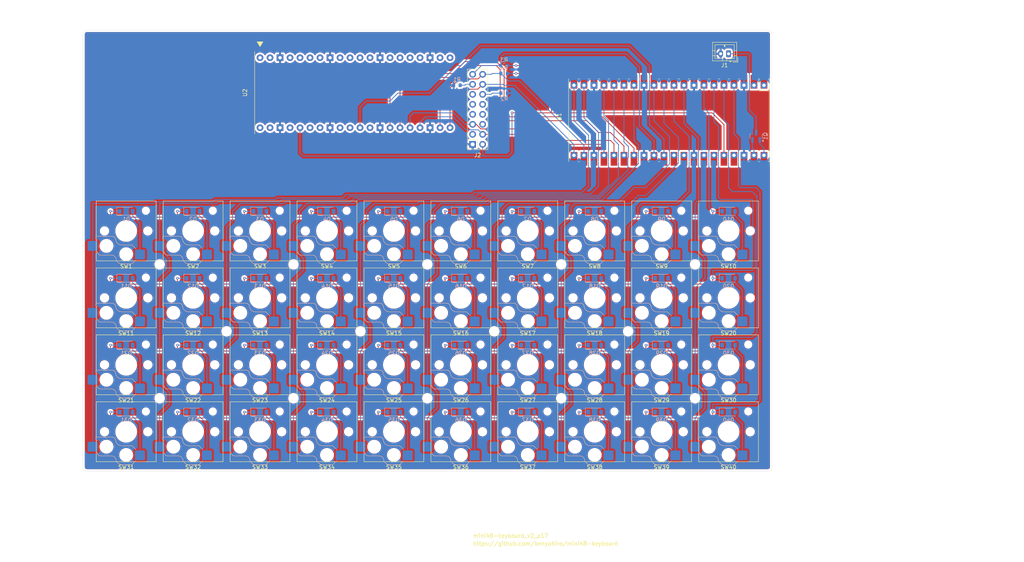
<source format=kicad_pcb>
(kicad_pcb (version 20240108) (generator "pcbnew") (generator_version "8.0")
  (layers (0 "F.Cu" signal) (31 "B.Cu" signal) (34 "B.Paste" user) (35 "F.Paste" user) (36 "B.SilkS" user "B.Silkscreen") (37 "F.SilkS" user "F.Silkscreen") (38 "B.Mask" user) (39 "F.Mask" user) (44 "Edge.Cuts" user))
  (net 0 "")
  (net 1 "Net-(D1-A)")
  (net 2 "Net-(D2-A)")
  (net 3 "Net-(D3-A)")
  (net 4 "Net-(D4-A)")
  (net 5 "Net-(D5-A)")
  (net 6 "Net-(D6-A)")
  (net 7 "Net-(D7-A)")
  (net 8 "Net-(D8-A)")
  (net 9 "Net-(D9-A)")
  (net 10 "Net-(D10-A)")
  (net 11 "Net-(D11-A)")
  (net 12 "Net-(D12-A)")
  (net 13 "Net-(D13-A)")
  (net 14 "Net-(D14-A)")
  (net 15 "Net-(D15-A)")
  (net 16 "Net-(D16-A)")
  (net 17 "Net-(D17-A)")
  (net 18 "Net-(D18-A)")
  (net 19 "Net-(D19-A)")
  (net 20 "Net-(D20-A)")
  (net 21 "Net-(D21-A)")
  (net 22 "Net-(D22-A)")
  (net 23 "Net-(D23-A)")
  (net 24 "Net-(D24-A)")
  (net 25 "Net-(D25-A)")
  (net 26 "Net-(D26-A)")
  (net 27 "Net-(D27-A)")
  (net 28 "Net-(D28-A)")
  (net 29 "Net-(D29-A)")
  (net 30 "Net-(D30-A)")
  (net 31 "Net-(D31-A)")
  (net 32 "Net-(D32-A)")
  (net 33 "Net-(D33-A)")
  (net 34 "Net-(D34-A)")
  (net 35 "Net-(D35-A)")
  (net 36 "Net-(D36-A)")
  (net 37 "Net-(D37-A)")
  (net 38 "Net-(D38-A)")
  (net 39 "Net-(D39-A)")
  (net 40 "Net-(D40-A)")
  (net 41 "GND")
  (net 42 "/RUN")
  (net 46 "/GPIO2")
  (net 47 "/GPIO3")
  (net 48 "/GPIO18")
  (net 49 "/GPIO10")
  (net 50 "/GPIO13")
  (net 51 "/GPIO11")
  (net 52 "/GPIO16")
  (net 53 "/GPIO15")
  (net 54 "/GPIO12")
  (net 55 "/GPIO14")
  (net 56 "/GPIO20")
  (net 57 "/GPIO19")
  (net 58 "/GPIO17")
  (net 59 "/GPIO21")
  (net 60 "/GPIO5")
  (net 61 "/GPIO4")
  (net 62 "/GPIO9")
  (net 63 "/GPIO8")
  (net 64 "/GPIO6")
  (net 65 "/GPIO7")
  (net 69 "+3.3V")
  (net 88 "Net-(J1-Pin_1)")
  (net 91 "Net-(Q1-S)")
  (net 100 "Net-(Q1-G)")
  (net 105 "Net-(J2-Pin_12)")
  (net 108 "Net-(J2-Pin_13)")
  (net 112 "/GPIO22")
  (footprint "my_pico:pimoroni_lcd_p0.85" (layer "F.Cu") (at 107.13 61.89 90)
    (property "Reference" "U2")
    (property "Value" "pimoroni lcd")
  )
  (footprint "my_keyswitch:SW_Hotswap_Kailh_Choc_V1V2" (layer "F.Cu") (at 185 114 180)
    (property "Reference" "SW19")
    (property "Value" "SW_Push")
  )
  (footprint "my_keyswitch:SW_Hotswap_Kailh_Choc_V1V2" (layer "F.Cu") (at 100 97 180)
    (property "Reference" "SW4")
    (property "Value" "SW_Push")
  )
  (footprint "my_keyswitch:SW_Hotswap_Kailh_Choc_V1V2" (layer "F.Cu") (at 134 97 180)
    (property "Reference" "SW6")
    (property "Value" "SW_Push")
  )
  (footprint "my_keyswitch:my_MountingHole_2.2mm_M2" (layer "F.Cu") (at 108.5 122.5)
    (property "Reference" "H11" (hide yes))
    (property "Value" "MountingHole" (hide yes))
  )
  (footprint "my_keyswitch:SW_Hotswap_Kailh_Choc_V1V2" (layer "F.Cu") (at 151 97 180)
    (property "Reference" "SW7")
    (property "Value" "SW_Push")
  )
  (footprint "my_keyswitch:SW_Hotswap_Kailh_Choc_V1V2" (layer "F.Cu") (at 117 148 180)
    (property "Reference" "SW35")
    (property "Value" "SW_Push")
  )
  (footprint "my_keyswitch:SW_Hotswap_Kailh_Choc_V1V2" (layer "F.Cu") (at 49 97 180)
    (property "Reference" "SW1")
    (property "Value" "SW_Push")
  )
  (footprint "my_keyswitch:my_MountingHole_2.2mm_M2" (layer "F.Cu") (at 193.5 139.5)
    (property "Reference" "H7" (hide yes))
    (property "Value" "MountingHole" (hide yes))
  )
  (footprint "my_keyswitch:SW_Hotswap_Kailh_Choc_V1V2" (layer "F.Cu") (at 83 148 180)
    (property "Reference" "SW33")
    (property "Value" "SW_Push")
  )
  (footprint "my_keyswitch:my_MountingHole_2.2mm_M2" (layer "F.Cu") (at 142.5 122.5)
    (property "Reference" "H12" (hide yes))
    (property "Value" "MountingHole" (hide yes))
  )
  (footprint "my_keyswitch:SW_Hotswap_Kailh_Choc_V1V2" (layer "F.Cu") (at 66 148 180)
    (property "Reference" "SW32")
    (property "Value" "SW_Push")
  )
  (footprint "my_keyswitch:my_MountingHole_2.2mm_M2" (layer "F.Cu") (at 193.5 105.5)
    (property "Reference" "H6" (hide yes))
    (property "Value" "MountingHole" (hide yes))
  )
  (footprint "Connector_JST:JST_PH_B2B-PH-K_1x02_P2.00mm_Vertical" (layer "F.Cu") (at 202 52 180)
    (property "Reference" "J1")
    (property "Value" "Conn_01x02")
  )
  (footprint "my_keyswitch:SW_Hotswap_Kailh_Choc_V1V2" (layer "F.Cu") (at 100 114 180)
    (property "Reference" "SW14")
    (property "Value" "SW_Push")
  )
  (footprint "my_keyswitch:SW_Hotswap_Kailh_Choc_V1V2" (layer "F.Cu") (at 100 131 180)
    (property "Reference" "SW24")
    (property "Value" "SW_Push")
  )
  (footprint "my_keyswitch:SW_Hotswap_Kailh_Choc_V1V2" (layer "F.Cu") (at 168 148 180)
    (property "Reference" "SW38")
    (property "Value" "SW_Push")
  )
  (footprint "my_keyswitch:my_MountingHole_2.2mm_M2" (layer "F.Cu") (at 57.5 105.5)
    (property "Reference" "H1" (hide yes))
    (property "Value" "MountingHole" (hide yes))
  )
  (footprint "my_keyswitch:SW_Hotswap_Kailh_Choc_V1V2" (layer "F.Cu") (at 202 131 180)
    (property "Reference" "SW30")
    (property "Value" "SW_Push")
  )
  (footprint "my_keyswitch:SW_Hotswap_Kailh_Choc_V1V2" (layer "F.Cu") (at 134 148 180)
    (property "Reference" "SW36")
    (property "Value" "SW_Push")
  )
  (footprint "my_keyswitch:SW_Hotswap_Kailh_Choc_V1V2" (layer "F.Cu") (at 49 148 180)
    (property "Reference" "SW31")
    (property "Value" "SW_Push")
  )
  (footprint "my_keyswitch:SW_Hotswap_Kailh_Choc_V1V2" (layer "F.Cu") (at 117 114 180)
    (property "Reference" "SW15")
    (property "Value" "SW_Push")
  )
  (footprint "my_keyswitch:SW_Hotswap_Kailh_Choc_V1V2" (layer "F.Cu") (at 134 114 180)
    (property "Reference" "SW16")
    (property "Value" "SW_Push")
  )
  (footprint "my_keyswitch:SW_Hotswap_Kailh_Choc_V1V2" (layer "F.Cu") (at 83 114 180)
    (property "Reference" "SW13")
    (property "Value" "SW_Push")
  )
  (footprint "my_keyswitch:SW_Hotswap_Kailh_Choc_V1V2" (layer "F.Cu") (at 100 148 180)
    (property "Reference" "SW34")
    (property "Value" "SW_Push")
  )
  (footprint "my_keyswitch:SW_Hotswap_Kailh_Choc_V1V2" (layer "F.Cu") (at 151 148 180)
    (property "Reference" "SW37")
    (property "Value" "SW_Push")
  )
  (footprint "my_keyswitch:my_MountingHole_2.2mm_M2" (layer "F.Cu") (at 91.5 105.5)
    (property "Reference" "H4" (hide yes))
    (property "Value" "MountingHole" (hide yes))
  )
  (footprint "my_keyswitch:SW_Hotswap_Kailh_Choc_V1V2" (layer "F.Cu") (at 66 131 180)
    (property "Reference" "SW22")
    (property "Value" "SW_Push")
  )
  (footprint "my_keyswitch:SW_Hotswap_Kailh_Choc_V1V2" (layer "F.Cu") (at 49 114 180)
    (property "Reference" "SW11")
    (property "Value" "SW_Push")
  )
  (footprint "my_keyswitch:my_MountingHole_2.2mm_M2" (layer "F.Cu") (at 74.5 122.5)
    (property "Reference" "H3" (hide yes))
    (property "Value" "MountingHole" (hide yes))
  )
  (footprint "my_keyswitch:SW_Hotswap_Kailh_Choc_V1V2" (layer "F.Cu") (at 83 131 180)
    (property "Reference" "SW23")
    (property "Value" "SW_Push")
  )
  (footprint "my_keyswitch:SW_Hotswap_Kailh_Choc_V1V2" (layer "F.Cu") (at 202 114 180)
    (property "Reference" "SW20")
    (property "Value" "SW_Push")
  )
  (footprint "my_keyswitch:SW_Hotswap_Kailh_Choc_V1V2" (layer "F.Cu") (at 117 131 180)
    (property "Reference" "SW25")
    (property "Value" "SW_Push")
  )
  (footprint "my_keyswitch:SW_Hotswap_Kailh_Choc_V1V2" (layer "F.Cu") (at 168 114 180)
    (property "Reference" "SW18")
    (property "Value" "SW_Push")
  )
  (footprint "my_keyswitch:my_MountingHole_2.2mm_M2" (layer "F.Cu") (at 159.5 139.5)
    (property "Reference" "H10" (hide yes))
    (property "Value" "MountingHole" (hide yes))
  )
  (footprint "my_keyswitch:SW_Hotswap_Kailh_Choc_V1V2" (layer "F.Cu") (at 83 97 180)
    (property "Reference" "SW3")
    (property "Value" "SW_Push")
  )
  (footprint "my_keyswitch:SW_Hotswap_Kailh_Choc_V1V2" (layer "F.Cu") (at 134 131 180)
    (property "Reference" "SW26")
    (property "Value" "SW_Push")
  )
  (footprint "my_keyswitch:SW_Hotswap_Kailh_Choc_V1V2" (layer "F.Cu") (at 202 148 180)
    (property "Reference" "SW40")
    (property "Value" "SW_Push")
  )
  (footprint "my_pico:oled_PinSocket_2x08_P2.54mm_Vertical" (layer "F.Cu") (at 137 75 180)
    (property "Reference" "J2")
    (property "Value" "Conn_02x08_Odd_Even")
  )
  (footprint "my_keyswitch:SW_Hotswap_Kailh_Choc_V1V2" (layer "F.Cu") (at 185 131 180)
    (property "Reference" "SW29")
    (property "Value" "SW_Push")
  )
  (footprint "my_keyswitch:SW_Hotswap_Kailh_Choc_V1V2" (layer "F.Cu") (at 117 97 180)
    (property "Reference" "SW5")
    (property "Value" "SW_Push")
  )
  (footprint "my_keyswitch:SW_Hotswap_Kailh_Choc_V1V2" (layer "F.Cu") (at 66 114 180)
    (property "Reference" "SW12")
    (property "Value" "SW_Push")
  )
  (footprint "my_keyswitch:my_MountingHole_2.2mm_M2" (layer "F.Cu") (at 176.5 122.5)
    (property "Reference" "H8" (hide yes))
    (property "Value" "MountingHole" (hide yes))
  )
  (footprint "my_keyswitch:SW_Hotswap_Kailh_Choc_V1V2" (layer "F.Cu") (at 49 131 180)
    (property "Reference" "SW21")
    (property "Value" "SW_Push")
  )
  (footprint "my_pico:pico_no_dbg_smd_th_p0.85" (layer "F.Cu") (at 186.87 68.89 -90)
    (property "Reference" "U1")
    (property "Value" "Pico")
  )
  (footprint "my_keyswitch:my_MountingHole_2.2mm_M2" (layer "F.Cu") (at 125.5 105.5)
    (property "Reference" "H13" (hide yes))
    (property "Value" "MountingHole" (hide yes))
  )
  (footprint "my_keyswitch:SW_Hotswap_Kailh_Choc_V1V2" (layer "F.Cu") (at 151 114 180)
    (property "Reference" "SW17")
    (property "Value" "SW_Push")
  )
  (footprint "my_keyswitch:SW_Hotswap_Kailh_Choc_V1V2" (layer "F.Cu") (at 168 97 180)
    (property "Reference" "SW8")
    (property "Value" "SW_Push")
  )
  (footprint "my_keyswitch:my_MountingHole_2.2mm_M2" (layer "F.Cu") (at 91.5 139.5)
    (property "Reference" "H5" (hide yes))
    (property "Value" "MountingHole" (hide yes))
  )
  (footprint "my_keyswitch:SW_Hotswap_Kailh_Choc_V1V2" (layer "F.Cu") (at 168 131 180)
    (property "Reference" "SW28")
    (property "Value" "SW_Push")
  )
  (footprint "my_keyswitch:my_MountingHole_2.2mm_M2" (layer "F.Cu") (at 159.5 105.5)
    (property "Reference" "H9" (hide yes))
    (property "Value" "MountingHole" (hide yes))
  )
  (footprint "my_keyswitch:my_MountingHole_2.2mm_M2" (layer "F.Cu") (at 57.5 139.5)
    (property "Reference" "H2" (hide yes))
    (property "Value" "MountingHole" (hide yes))
  )
  (footprint "my_keyswitch:my_MountingHole_2.2mm_M2" (layer "F.Cu") (at 125.5 139.5)
    (property "Reference" "H14" (hide yes))
    (property "Value" "MountingHole" (hide yes))
  )
  (footprint "my_keyswitch:SW_Hotswap_Kailh_Choc_V1V2" (layer "F.Cu") (at 185 97 180)
    (property "Reference" "SW9")
    (property "Value" "SW_Push")
  )
  (footprint "my_keyswitch:SW_Hotswap_Kailh_Choc_V1V2" (layer "F.Cu") (at 185 148 180)
    (property "Reference" "SW39")
    (property "Value" "SW_Push")
  )
  (footprint "my_keyswitch:SW_Hotswap_Kailh_Choc_V1V2" (layer "F.Cu") (at 151 131 180)
    (property "Reference" "SW27")
    (property "Value" "SW_Push")
  )
  (footprint "my_keyswitch:SW_Hotswap_Kailh_Choc_V1V2" (layer "F.Cu") (at 66 97 180)
    (property "Reference" "SW2")
    (property "Value" "SW_Push")
  )
  (footprint "my_keyswitch:SW_Hotswap_Kailh_Choc_V1V2" (layer "F.Cu") (at 202 97 180)
    (property "Reference" "SW10")
    (property "Value" "SW_Push")
  )
  (footprint "Resistor_SMD:R_0603_1608Metric" (layer "B.Cu") (at 133 60 180)
    (property "Reference" "R1")
    (property "Value" "0")
  )
  (footprint "Diode_SMD:D_SOD-123" (layer "B.Cu") (at 168 92)
    (property "Reference" "D8")
    (property "Value" "1N4148W")
  )
  (footprint "Diode_SMD:D_SOD-123" (layer "B.Cu") (at 66 92)
    (property "Reference" "D2")
    (property "Value" "1N4148W")
  )
  (footprint "Package_TO_SOT_SMD:SOT-23" (layer "B.Cu") (at 209 72.9375 90)
    (property "Reference" "Q1")
    (property "Value" "DMG2301L")
  )
  (footprint "Diode_SMD:D_SOD-123" (layer "B.Cu") (at 202 143)
    (property "Reference" "D40")
    (property "Value" "1N4148W")
  )
  (footprint "Diode_SMD:D_SOD-123" (layer "B.Cu") (at 100 109)
    (property "Reference" "D14")
    (property "Value" "1N4148W")
  )
  (footprint "Diode_SMD:D_SOD-123" (layer "B.Cu") (at 134 143)
    (property "Reference" "D36")
    (property "Value" "1N4148W")
  )
  (footprint "Diode_SMD:D_SOD-123" (layer "B.Cu") (at 202 92)
    (property "Reference" "D10")
    (property "Value" "1N4148W")
  )
  (footprint "Diode_SMD:D_SOD-123" (layer "B.Cu") (at 151 143)
    (property "Reference" "D37")
    (property "Value" "1N4148W")
  )
  (footprint "Diode_SMD:D_SOD-123" (layer "B.Cu") (at 49 92)
    (property "Reference" "D1")
    (property "Value" "1N4148W")
  )
  (footprint "Resistor_SMD:R_0603_1608Metric" (layer "B.Cu") (at 145 55 180)
    (property "Reference" "R3")
    (property "Value" "10k")
  )
  (footprint "Diode_SMD:D_SOD-123" (layer "B.Cu") (at 49 143)
    (property "Reference" "D31")
    (property "Value" "1N4148W")
  )
  (footprint "Diode_SMD:D_SOD-123" (layer "B.Cu") (at 134 126)
    (property "Reference" "D26")
    (property "Value" "1N4148W")
  )
  (footprint "Diode_SMD:D_SOD-123" (layer "B.Cu") (at 66 109)
    (property "Reference" "D12")
    (property "Value" "1N4148W")
  )
  (footprint "Resistor_SMD:R_0603_1608Metric" (layer "B.Cu") (at 145 62)
    (property "Reference" "R2")
    (property "Value" "0")
  )
  (footprint "Diode_SMD:D_SOD-123" (layer "B.Cu") (at 185 126)
    (property "Reference" "D29")
    (property "Value" "1N4148W")
  )
  (footprint "Diode_SMD:D_SOD-123" (layer "B.Cu") (at 83 109)
    (property "Reference" "D13")
    (property "Value" "1N4148W")
  )
  (footprint "Diode_SMD:D_SOD-123" (layer "B.Cu") (at 151 92)
    (property "Reference" "D7")
    (property "Value" "1N4148W")
  )
  (footprint "Diode_SMD:D_SOD-123" (layer "B.Cu") (at 134 92)
    (property "Reference" "D6")
    (property "Value" "1N4148W")
  )
  (footprint "Diode_SMD:D_SOD-123" (layer "B.Cu") (at 117 109)
    (property "Reference" "D15")
    (property "Value" "1N4148W")
  )
  (footprint "Diode_SMD:D_SOD-123" (layer "B.Cu") (at 168 109)
    (property "Reference" "D18")
    (property "Value" "1N4148W")
  )
  (footprint "Diode_SMD:D_SOD-123" (layer "B.Cu") (at 117 143)
    (property "Reference" "D35")
    (property "Value" "1N4148W")
  )
  (footprint "Diode_SMD:D_SOD-123" (layer "B.Cu") (at 168 126)
    (property "Reference" "D28")
    (property "Value" "1N4148W")
  )
  (footprint "Diode_SMD:D_SOD-123" (layer "B.Cu") (at 202 109)
    (property "Reference" "D20")
    (property "Value" "1N4148W")
  )
  (footprint "Diode_SMD:D_SOD-123" (layer "B.Cu") (at 49 126)
    (property "Reference" "D21")
    (property "Value" "1N4148W")
  )
  (footprint "Diode_SMD:D_SOD-123" (layer "B.Cu") (at 134 109)
    (property "Reference" "D16")
    (property "Value" "1N4148W")
  )
  (footprint "Diode_SMD:D_SOD-123" (layer "B.Cu") (at 202 126)
    (property "Reference" "D30")
    (property "Value" "1N4148W")
  )
  (footprint "Diode_SMD:D_SOD-123" (layer "B.Cu") (at 100 143)
    (property "Reference" "D34")
    (property "Value" "1N4148W")
  )
  (footprint "Diode_SMD:D_SOD-123" (layer "B.Cu") (at 100 92)
    (property "Reference" "D4")
    (property "Value" "1N4148W")
  )
  (footprint "Diode_SMD:D_SOD-123" (layer "B.Cu") (at 185 143)
    (property "Reference" "D39")
    (property "Value" "1N4148W")
  )
  (footprint "Diode_SMD:D_SOD-123" (layer "B.Cu") (at 83 92)
    (property "Reference" "D3")
    (property "Value" "1N4148W")
  )
  (footprint "Diode_SMD:D_SOD-123" (layer "B.Cu") (at 83 143)
    (property "Reference" "D33")
    (property "Value" "1N4148W")
  )
  (footprint "Diode_SMD:D_SOD-123" (layer "B.Cu") (at 66 143)
    (property "Reference" "D32")
    (property "Value" "1N4148W")
  )
  (footprint "Diode_SMD:D_SOD-123" (layer "B.Cu") (at 185 92)
    (property "Reference" "D9")
    (property "Value" "1N4148W")
  )
  (footprint "Diode_SMD:D_SOD-123" (layer "B.Cu") (at 49 109)
    (property "Reference" "D11")
    (property "Value" "1N4148W")
  )
  (footprint "Diode_SMD:D_SOD-123" (layer "B.Cu") (at 117 92)
    (property "Reference" "D5")
    (property "Value" "1N4148W")
  )
  (footprint "Diode_SMD:D_SOD-123" (layer "B.Cu") (at 100 126)
    (property "Reference" "D24")
    (property "Value" "1N4148W")
  )
  (footprint "Diode_SMD:D_SOD-123" (layer "B.Cu") (at 151 109)
    (property "Reference" "D17")
    (property "Value" "1N4148W")
  )
  (footprint "Diode_SMD:D_SOD-123" (layer "B.Cu") (at 117 126)
    (property "Reference" "D25")
    (property "Value" "1N4148W")
  )
  (footprint "Diode_SMD:D_SOD-123" (layer "B.Cu") (at 66 126)
    (property "Reference" "D22")
    (property "Value" "1N4148W")
  )
  (footprint "Diode_SMD:D_SOD-123" (layer "B.Cu") (at 83 126)
    (property "Reference" "D23")
    (property "Value" "1N4148W")
  )
  (footprint "Diode_SMD:D_SOD-123" (layer "B.Cu") (at 185 109)
    (property "Reference" "D19")
    (property "Value" "1N4148W")
  )
  (footprint "Diode_SMD:D_SOD-123" (layer "B.Cu") (at 151 126)
    (property "Reference" "D27")
    (property "Value" "1N4148W")
  )
  (footprint "Resistor_SMD:R_0603_1608Metric" (layer "B.Cu") (at 145 57 180)
    (property "Reference" "R4")
    (property "Value" "10k")
  )
  (footprint "Diode_SMD:D_SOD-123" (layer "B.Cu") (at 168 143)
    (property "Reference" "D38")
    (property "Value" "1N4148W")
  )
  (gr_line (start 212 158) (end 39 158) (stroke (width 0.05)) (layer "Edge.Cuts"))
  (gr_arc (start 212 46) (mid 212.707107 46.292893) (end 213 47) (stroke (width 0.05)) (layer "Edge.Cuts"))
  (gr_line (start 213 47) (end 213 157) (stroke (width 0.05)) (layer "Edge.Cuts"))
  (gr_arc (start 213 157) (mid 212.707107 157.707107) (end 212 158) (stroke (width 0.05)) (layer "Edge.Cuts"))
  (gr_line (start 39 46) (end 212 46) (stroke (width 0.05)) (layer "Edge.Cuts"))
  (gr_line (start 38 157) (end 38 47) (stroke (width 0.05)) (layer "Edge.Cuts"))
  (gr_arc (start 38 47) (mid 38.292893 46.292893) (end 39 46) (stroke (width 0.05)) (layer "Edge.Cuts"))
  (gr_arc (start 39 158) (mid 38.292893 157.707107) (end 38 157) (stroke (width 0.05)) (layer "Edge.Cuts"))
  (gr_text "https://github.com/kenyahiro/mini48-keyboard" (at 137 177 0) (layer "F.SilkS") (effects (font (size 1 1) (thickness 0.2) (bold yes)) (justify left bottom)))
  (gr_text "mini48-keyboard_v2_p17" (at 137 175 0) (layer "F.SilkS") (effects (font (size 1 1) (thickness 0.2) (bold yes)) (justify left bottom)))
  (segment (start 50.65 93.15) (end 52.5 95) (width 0.2) (layer "B.Cu") (net 1))
  (segment (start 50.65 92) (end 50.65 93.15) (width 0.2) (layer "B.Cu") (net 1))
  (segment (start 52.5 95) (end 52.5 103) (width 0.2) (layer "B.Cu") (net 1))
  (segment (start 69.5 95) (end 69.5 103) (width 0.2) (layer "B.Cu") (net 2))
  (segment (start 67.65 93.15) (end 69.5 95) (width 0.2) (layer "B.Cu") (net 2))
  (segment (start 67.65 92) (end 67.65 93.15) (width 0.2) (layer "B.Cu") (net 2))
  (segment (start 86.5 95) (end 86.5 103) (width 0.2) (layer "B.Cu") (net 3))
  (segment (start 84.65 93.15) (end 86.5 95) (width 0.2) (layer "B.Cu") (net 3))
  (segment (start 84.65 92) (end 84.65 93.15) (width 0.2) (layer "B.Cu") (net 3))
  (segment (start 101.65 92) (end 101.65 93.15) (width 0.2) (layer "B.Cu") (net 4))
  (segment (start 103.5 95) (end 103.5 103) (width 0.2) (layer "B.Cu") (net 4))
  (segment (start 101.65 93.15) (end 103.5 95) (width 0.2) (layer "B.Cu") (net 4))
  (segment (start 120.5 95) (end 120.5 103) (width 0.2) (layer "B.Cu") (net 5))
  (segment (start 118.65 92) (end 118.65 93.15) (width 0.2) (layer "B.Cu") (net 5))
  (segment (start 118.65 93.15) (end 120.5 95) (width 0.2) (layer "B.Cu") (net 5))
  (segment (start 135.65 92) (end 135.65 93.15) (width 0.2) (layer "B.Cu") (net 6))
  (segment (start 137.5 95) (end 137.5 103) (width 0.2) (layer "B.Cu") (net 6))
  (segment (start 135.65 93.15) (end 137.5 95) (width 0.2) (layer "B.Cu") (net 6))
  (segment (start 152.65 93.15) (end 154.5 95) (width 0.2) (layer "B.Cu") (net 7))
  (segment (start 154.5 95) (end 154.5 103) (width 0.2) (layer "B.Cu") (net 7))
  (segment (start 152.65 92) (end 152.65 93.15) (width 0.2) (layer "B.Cu") (net 7))
  (segment (start 169.65 93.15) (end 171.5 95) (width 0.2) (layer "B.Cu") (net 8))
  (segment (start 171.5 95) (end 171.5 103) (width 0.2) (layer "B.Cu") (net 8))
  (segment (start 169.65 92) (end 169.65 93.15) (width 0.2) (layer "B.Cu") (net 8))
  (segment (start 186.65 92) (end 186.65 93.15) (width 0.2) (layer "B.Cu") (net 9))
  (segment (start 186.65 93.15) (end 188.5 95) (width 0.2) (layer "B.Cu") (net 9))
  (segment (start 188.5 95) (end 188.5 103) (width 0.2) (layer "B.Cu") (net 9))
  (segment (start 203.65 93.15) (end 205.5 95) (width 0.2) (layer "B.Cu") (net 10))
  (segment (start 203.65 92) (end 203.65 93.15) (width 0.2) (layer "B.Cu") (net 10))
  (segment (start 205.5 95) (end 205.5 103) (width 0.2) (layer "B.Cu") (net 10))
  (segment (start 52.5 112) (end 52.5 120) (width 0.2) (layer "B.Cu") (net 11))
  (segment (start 50.65 109) (end 50.65 110.15) (width 0.2) (layer "B.Cu") (net 11))
  (segment (start 50.65 110.15) (end 52.5 112) (width 0.2) (layer "B.Cu") (net 11))
  (segment (start 67.65 109) (end 67.65 110.15) (width 0.2) (layer "B.Cu") (net 12))
  (segment (start 69.5 112) (end 69.5 120) (width 0.2) (layer "B.Cu") (net 12))
  (segment (start 67.65 110.15) (end 69.5 112) (width 0.2) (layer "B.Cu") (net 12))
  (segment (start 84.65 110.15) (end 86.5 112) (width 0.2) (layer "B.Cu") (net 13))
  (segment (start 86.5 112) (end 86.5 120) (width 0.2) (layer "B.Cu") (net 13))
  (segment (start 84.65 109) (end 84.65 110.15) (width 0.2) (layer "B.Cu") (net 13))
  (segment (start 101.65 110.15) (end 103.5 112) (width 0.2) (layer "B.Cu") (net 14))
  (segment (start 103.5 112) (end 103.5 120) (width 0.2) (layer "B.Cu") (net 14))
  (segment (start 101.65 109) (end 101.65 110.15) (width 0.2) (layer "B.Cu") (net 14))
  (segment (start 118.65 110.15) (end 120.5 112) (width 0.2) (layer "B.Cu") (net 15))
  (segment (start 120.5 112) (end 120.5 120) (width 0.2) (layer "B.Cu") (net 15))
  (segment (start 118.65 109) (end 118.65 110.15) (width 0.2) (layer "B.Cu") (net 15))
  (segment (start 135.65 109) (end 135.65 110.15) (width 0.2) (layer "B.Cu") (net 16))
  (segment (start 137.5 112) (end 137.5 120) (width 0.2) (layer "B.Cu") (net 16))
  (segment (start 135.65 110.15) (end 137.5 112) (width 0.2) (layer "B.Cu") (net 16))
  (segment (start 152.65 109) (end 152.65 110.15) (width 0.2) (layer "B.Cu") (net 17))
  (segment (start 154.5 112) (end 154.5 120) (width 0.2) (layer "B.Cu") (net 17))
  (segment (start 152.65 110.15) (end 154.5 112) (width 0.2) (layer "B.Cu") (net 17))
  (segment (start 169.65 110.15) (end 171.5 112) (width 0.2) (layer "B.Cu") (net 18))
  (segment (start 169.65 109) (end 169.65 110.15) (width 0.2) (layer "B.Cu") (net 18))
  (segment (start 171.5 112) (end 171.5 120) (width 0.2) (layer "B.Cu") (net 18))
  (segment (start 186.65 110.15) (end 188.5 112) (width 0.2) (layer "B.Cu") (net 19))
  (segment (start 188.5 112) (end 188.5 120) (width 0.2) (layer "B.Cu") (net 19))
  (segment (start 186.65 109) (end 186.65 110.15) (width 0.2) (layer "B.Cu") (net 19))
  (segment (start 203.65 110.15) (end 205.5 112) (width 0.2) (layer "B.Cu") (net 20))
  (segment (start 203.65 109) (end 203.65 110.15) (width 0.2) (layer "B.Cu") (net 20))
  (segment (start 205.5 112) (end 205.5 120) (width 0.2) (layer "B.Cu") (net 20))
  (segment (start 50.65 127.15) (end 52.5 129) (width 0.2) (layer "B.Cu") (net 21))
  (segment (start 50.65 126) (end 50.65 127.15) (width 0.2) (layer "B.Cu") (net 21))
  (segment (start 52.5 129) (end 52.5 137) (width 0.2) (layer "B.Cu") (net 21))
  (segment (start 69.5 129) (end 69.5 137) (width 0.2) (layer "B.Cu") (net 22))
  (segment (start 67.65 126) (end 67.65 127.15) (width 0.2) (layer "B.Cu") (net 22))
  (segment (start 67.65 127.15) (end 69.5 129) (width 0.2) (layer "B.Cu") (net 22))
  (segment (start 84.65 126) (end 84.65 127.15) (width 0.2) (layer "B.Cu") (net 23))
  (segment (start 86.5 129) (end 86.5 137) (width 0.2) (layer "B.Cu") (net 23))
  (segment (start 84.65 127.15) (end 86.5 129) (width 0.2) (layer "B.Cu") (net 23))
  (segment (start 101.65 127.15) (end 103.5 129) (width 0.2) (layer "B.Cu") (net 24))
  (segment (start 103.5 129) (end 103.5 137) (width 0.2) (layer "B.Cu") (net 24))
  (segment (start 101.65 126) (end 101.65 127.15) (width 0.2) (layer "B.Cu") (net 24))
  (segment (start 118.65 126) (end 118.65 127.15) (width 0.2) (layer "B.Cu") (net 25))
  (segment (start 120.5 129) (end 120.5 137) (width 0.2) (layer "B.Cu") (net 25))
  (segment (start 118.65 127.15) (end 120.5 129) (width 0.2) (layer "B.Cu") (net 25))
  (segment (start 135.65 127.15) (end 137.5 129) (width 0.2) (layer "B.Cu") (net 26))
  (segment (start 135.65 126) (end 135.65 127.15) (width 0.2) (layer "B.Cu") (net 26))
  (segment (start 137.5 129) (end 137.5 137) (width 0.2) (layer "B.Cu") (net 26))
  (segment (start 152.65 127.15) (end 154.5 129) (width 0.2) (layer "B.Cu") (net 27))
  (segment (start 152.65 126) (end 152.65 127.15) (width 0.2) (layer "B.Cu") (net 27))
  (segment (start 154.5 129) (end 154.5 137) (width 0.2) (layer "B.Cu") (net 27))
  (segment (start 169.65 126) (end 169.65 127.15) (width 0.2) (layer "B.Cu") (net 28))
  (segment (start 169.65 127.15) (end 171.5 129) (width 0.2) (layer "B.Cu") (net 28))
  (segment (start 171.5 129) (end 171.5 137) (width 0.2) (layer "B.Cu") (net 28))
  (segment (start 188.5 129) (end 188.5 137) (width 0.2) (layer "B.Cu") (net 29))
  (segment (start 186.65 126) (end 186.65 127.15) (width 0.2) (layer "B.Cu") (net 29))
  (segment (start 186.65 127.15) (end 188.5 129) (width 0.2) (layer "B.Cu") (net 29))
  (segment (start 203.65 126) (end 203.65 127.15) (width 0.2) (layer "B.Cu") (net 30))
  (segment (start 205.5 129) (end 205.5 137) (width 0.2) (layer "B.Cu") (net 30))
  (segment (start 203.65 127.15) (end 205.5 129) (width 0.2) (layer "B.Cu") (net 30))
  (segment (start 50.65 143) (end 50.65 144.15) (width 0.2) (layer "B.Cu") (net 31))
  (segment (start 52.5 146) (end 52.5 154) (width 0.2) (layer "B.Cu") (net 31))
  (segment (start 50.65 144.15) (end 52.5 146) (width 0.2) (layer "B.Cu") (net 31))
  (segment (start 67.65 143) (end 67.65 144.15) (width 0.2) (layer "B.Cu") (net 32))
  (segment (start 69.5 146) (end 69.5 154) (width 0.2) (layer "B.Cu") (net 32))
  (segment (start 67.65 144.15) (end 69.5 146) (width 0.2) (layer "B.Cu") (net 32))
  (segment (start 86.5 146) (end 86.5 154) (width 0.2) (layer "B.Cu") (net 33))
  (segment (start 84.65 143) (end 84.65 144.15) (width 0.2) (layer "B.Cu") (net 33))
  (segment (start 84.65 144.15) (end 86.5 146) (width 0.2) (layer "B.Cu") (net 33))
  (segment (start 101.65 143) (end 101.65 144.15) (width 0.2) (layer "B.Cu") (net 34))
  (segment (start 101.65 144.15) (end 103.5 146) (width 0.2) (layer "B.Cu") (net 34))
  (segment (start 103.5 146) (end 103.5 154) (width 0.2) (layer "B.Cu") (net 34))
  (segment (start 118.65 144.15) (end 120.5 146) (width 0.2) (layer "B.Cu") (net 35))
  (segment (start 120.5 146) (end 120.5 154) (width 0.2) (layer "B.Cu") (net 35))
  (segment (start 118.65 143) (end 118.65 144.15) (width 0.2) (layer "B.Cu") (net 35))
  (segment (start 135.65 144.15) (end 137.5 146) (width 0.2) (layer "B.Cu") (net 36))
  (segment (start 137.5 146) (end 137.5 154) (width 0.2) (layer "B.Cu") (net 36))
  (segment (start 135.65 143) (end 135.65 144.15) (width 0.2) (layer "B.Cu") (net 36))
  (segment (start 152.65 144.15) (end 154.5 146) (width 0.2) (layer "B.Cu") (net 37))
  (segment (start 154.5 146) (end 154.5 154) (width 0.2) (layer "B.Cu") (net 37))
  (segment (start 152.65 143) (end 152.65 144.15) (width 0.2) (layer "B.Cu") (net 37))
  (segment (start 171.5 146) (end 171.5 154) (width 0.2) (layer "B.Cu") (net 38))
  (segment (start 169.65 143) (end 169.65 144.15) (width 0.2) (layer "B.Cu") (net 38))
  (segment (start 169.65 144.15) (end 171.5 146) (width 0.2) (layer "B.Cu") (net 38))
  (segment (start 188.5 146) (end 188.5 154) (width 0.2) (layer "B.Cu") (net 39))
  (segment (start 186.65 143) (end 186.65 144.15) (width 0.2) (layer "B.Cu") (net 39))
  (segment (start 186.65 144.15) (end 188.5 146) (width 0.2) (layer "B.Cu") (net 39))
  (segment (start 203.65 143) (end 203.65 144.15) (width 0.2) (layer "B.Cu") (net 40))
  (segment (start 205.5 146) (end 205.5 154) (width 0.2) (layer "B.Cu") (net 40))
  (segment (start 203.65 144.15) (end 205.5 146) (width 0.2) (layer "B.Cu") (net 40))
  (segment (start 126 62) (end 118 62) (width 0.2) (layer "B.Cu") (net 42))
  (segment (start 110 64) (end 108.4 65.6) (width 0.2) (layer "B.Cu") (net 42))
  (segment (start 176.82 50) (end 139 50) (width 0.2) (layer "B.Cu") (net 42))
  (segment (start 108.4 65.6) (end 108.4 70.78) (width 0.2) (layer "B.Cu") (net 42))
  (segment (start 181.91 55.09) (end 176.82 50) (width 0.2) (layer "B.Cu") (net 42))
  (segment (start 116 64) (end 110 64) (width 0.2) (layer "B.Cu") (net 42))
  (segment (start 185.6 77.78) (end 185.6 73.69) (width 0.2) (layer "B.Cu") (net 42))
  (segment (start 139 50) (end 134 55) (width 0.2) (layer "B.Cu") (net 42))
  (segment (start 185.6 73.69) (end 181.91 70) (width 0.2) (layer "B.Cu") (net 42))
  (segment (start 134 55) (end 133 55) (width 0.2) (layer "B.Cu") (net 42))
  (segment (start 133 55) (end 126 62) (width 0.2) (layer "B.Cu") (net 42))
  (segment (start 118 62) (end 116 64) (width 0.2) (layer "B.Cu") (net 42))
  (segment (start 181.91 70) (end 181.91 55.09) (width 0.2) (layer "B.Cu") (net 42))
  (segment (start 45 144.5) (end 62 144.5) (width 0.2) (layer "F.Cu") (net 46))
  (segment (start 62 143) (end 62 144.5) (width 0.2) (layer "F.Cu") (net 46))
  (segment (start 181 144.5) (end 198 144.5) (width 0.2) (layer "F.Cu") (net 46))
  (segment (start 113 144.5) (end 130 144.5) (width 0.2) (layer "F.Cu") (net 46))
  (segment (start 130 144.5) (end 147 144.5) (width 0.2) (layer "F.Cu") (net 46))
  (segment (start 164 143) (end 164 144.5) (width 0.2) (layer "F.Cu") (net 46))
  (segment (start 164 144.5) (end 181 144.5) (width 0.2) (layer "F.Cu") (net 46))
  (segment (start 79 143) (end 79 144.5) (width 0.2) (layer "F.Cu") (net 46))
  (segment (start 181 143) (end 181 144.5) (width 0.2) (layer "F.Cu") (net 46))
  (segment (start 147 143) (end 147 144.5) (width 0.2) (layer "F.Cu") (net 46))
  (segment (start 96 143) (end 96 144.5) (width 0.2) (layer "F.Cu") (net 46))
  (segment (start 130 143) (end 130 144.5) (width 0.2) (layer "F.Cu") (net 46))
  (segment (start 79 144.5) (end 96 144.5) (width 0.2) (layer "F.Cu") (net 46))
  (segment (start 62 144.5) (end 79 144.5) (width 0.2) (layer "F.Cu") (net 46))
  (segment (start 96 144.5) (end 113 144.5) (width 0.2) (layer "F.Cu") (net 46))
  (segment (start 45 143) (end 45 144.5) (width 0.2) (layer "F.Cu") (net 46))
  (segment (start 198 144.5) (end 198 143) (width 0.2) (layer "F.Cu") (net 46))
  (segment (start 113 143) (end 113 144.5) (width 0.2) (layer "F.Cu") (net 46))
  (segment (start 147 144.5) (end 164 144.5) (width 0.2) (layer "F.Cu") (net 46))
  (via (at 79 143) (size 0.6) (drill 0.3) (layers "F.Cu" "B.Cu") (net 46))
  (via (at 147 143) (size 0.6) (drill 0.3) (layers "F.Cu" "B.Cu") (net 46))
  (via (at 198 143) (size 0.6) (drill 0.3) (layers "F.Cu" "B.Cu") (net 46))
  (via (at 96 143) (size 0.6) (drill 0.3) (layers "F.Cu" "B.Cu") (net 46))
  (via (at 130 143) (size 0.6) (drill 0.3) (layers "F.Cu" "B.Cu") (net 46))
  (via (at 113 143) (size 0.6) (drill 0.3) (layers "F.Cu" "B.Cu") (net 46))
  (via (at 62 143) (size 0.6) (drill 0.3) (layers "F.Cu" "B.Cu") (net 46))
  (via (at 181 143) (size 0.6) (drill 0.3) (layers "F.Cu" "B.Cu") (net 46))
  (via (at 45 143) (size 0.6) (drill 0.3) (layers "F.Cu" "B.Cu") (net 46))
  (via (at 164 143) (size 0.6) (drill 0.3) (layers "F.Cu" "B.Cu") (net 46))
  (segment (start 209 141) (end 198 141) (width 0.2) (layer "B.Cu") (net 46))
  (segment (start 183.35 143) (end 181 143) (width 0.2) (layer "B.Cu") (net 46))
  (segment (start 210 140) (end 209 141) (width 0.2) (layer "B.Cu") (net 46))
  (segment (start 204.53 73.53) (end 204.53 85.53) (width 0.2) (layer "B.Cu") (net 46))
  (segment (start 166.35 143) (end 164 143) (width 0.2) (layer "B.Cu") (net 46))
  (segment (start 203.38 60) (end 203.38 72.38) (width 0.2) (layer "B.Cu") (net 46))
  (segment (start 115.35 143) (end 113 143) (width 0.2) (layer "B.Cu") (net 46))
  (segment (start 209 86) (end 210 87) (width 0.2) (layer "B.Cu") (net 46))
  (segment (start 81.35 143) (end 79 143) (width 0.2) (layer "B.Cu") (net 46))
  (segment (start 132.35 143) (end 130 143) (width 0.2) (layer "B.Cu") (net 46))
  (segment (start 47.35 143) (end 45 143) (width 0.2) (layer "B.Cu") (net 46))
  (segment (start 200.35 143) (end 198 143) (width 0.2) (layer "B.Cu") (net 46))
  (segment (start 198 141) (end 198 143) (width 0.2) (layer "B.Cu") (net 46))
  (segment (start 210 87) (end 210 140) (width 0.2) (layer "B.Cu") (net 46))
  (segment (start 98.35 143) (end 96 143) (width 0.2) (layer "B.Cu") (net 46))
  (segment (start 203.38 72.38) (end 204.53 73.53) (width 0.2) (layer "B.Cu") (net 46))
  (segment (start 64.35 143) (end 62 143) (width 0.2) (layer "B.Cu") (net 46))
  (segment (start 149.35 143) (end 147 143) (width 0.2) (layer "B.Cu") (net 46))
  (segment (start 205 86) (end 209 86) (width 0.2) (layer "B.Cu") (net 46))
  (segment (start 204.53 85.53) (end 205 86) (width 0.2) (layer "B.Cu") (net 46))
  (segment (start 181 127.5) (end 198 127.5) (width 0.2) (layer "F.Cu") (net 47))
  (segment (start 113 126) (end 113 127.5) (width 0.2) (layer "F.Cu") (net 47))
  (segment (start 164 126) (end 164 127.5) (width 0.2) (layer "F.Cu") (net 47))
  (segment (start 147 127.5) (end 164 127.5) (width 0.2) (layer "F.Cu") (net 47))
  (segment (start 62 126) (end 62 127.5) (width 0.2) (layer "F.Cu") (net 47))
  (segment (start 164 127.5) (end 181 127.5) (width 0.2) (layer "F.Cu") (net 47))
  (segment (start 113 127.5) (end 130 127.5) (width 0.2) (layer "F.Cu") (net 47))
  (segment (start 79 126) (end 79 127.5) (width 0.2) (layer "F.Cu") (net 47))
  (segment (start 198 127.5) (end 198 126) (width 0.2) (layer "F.Cu") (net 47))
  (segment (start 62 127.5) (end 79 127.5) (width 0.2) (layer "F.Cu") (net 47))
  (segment (start 181 126) (end 181 127.5) (width 0.2) (layer "F.Cu") (net 47))
  (segment (start 45 126) (end 45 127.5) (width 0.2) (layer "F.Cu") (net 47))
  (segment (start 96 126) (end 96 127.5) (width 0.2) (layer "F.Cu") (net 47))
  (segment (start 45 127.5) (end 62 127.5) (width 0.2) (layer "F.Cu") (net 47))
  (segment (start 96 127.5) (end 113 127.5) (width 0.2) (layer "F.Cu") (net 47))
  (segment (start 130 127.5) (end 147 127.5) (width 0.2) (layer "F.Cu") (net 47))
  (segment (start 147 126) (end 147 127.5) (width 0.2) (layer "F.Cu") (net 47))
  (segment (start 130 126) (end 130 127.5) (width 0.2) (layer "F.Cu") (net 47))
  (segment (start 79 127.5) (end 96 127.5) (width 0.2) (layer "F.Cu") (net 47))
  (via (at 198 126) (size 0.6) (drill 0.3) (layers "F.Cu" "B.Cu") (net 47))
  (via (at 130 126) (size 0.6) (drill 0.3) (layers "F.Cu" "B.Cu") (net 47))
  (via (at 181 126) (size 0.6) (drill 0.3) (layers "F.Cu" "B.Cu") (net 47))
  (via (at 113 126) (size 0.6) (drill 0.3) (layers "F.Cu" "B.Cu") (net 47))
  (via (at 147 126) (size 0.6) (drill 0.3) (layers "F.Cu" "B.Cu") (net 47))
  (via (at 96 126) (size 0.6) (drill 0.3) (layers "F.Cu" "B.Cu") (net 47))
  (via (at 79 126) (size 0.6) (drill 0.3) (layers "F.Cu" "B.Cu") (net 47))
  (via (at 164 126) (size 0.6) (drill 0.3) (layers "F.Cu" "B.Cu") (net 47))
  (via (at 45 126) (size 0.6) (drill 0.3) (layers "F.Cu" "B.Cu") (net 47))
  (via (at 62 126) (size 0.6) (drill 0.3) (layers "F.Cu" "B.Cu") (net 47))
  (segment (start 202 70) (end 202 86) (width 0.2) (layer "B.Cu") (net 47))
  (segment (start 208 87) (end 209.2 88.2) (width 0.2) (layer "B.Cu") (net 47))
  (segment (start 115.35 126) (end 113 126) (width 0.2) (layer "B.Cu") (net 47))
  (segment (start 166.35 126) (end 164 126) (width 0.2) (layer "B.Cu") (net 47))
  (segment (start 47.35 126) (end 45 126) (width 0.2) (layer "B.Cu") (net 47))
  (segment (start 149.35 126) (end 147 126) (width 0.2) (layer "B.Cu") (net 47))
  (segment (start 203 87) (end 208 87) (width 0.2) (layer "B.Cu") (net 47))
  (segment (start 198 124) (end 198 126) (width 0.2) (layer "B.Cu") (net 47))
  (segment (start 183.35 126) (end 181 126) (width 0.2) (layer "B.Cu") (net 47))
  (segment (start 98.35 126) (end 96 126) (width 0.2) (layer "B.Cu") (net 47))
  (segment (start 81.35 126) (end 79 126) (width 0.2) (layer "B.Cu") (net 47))
  (segment (start 200.84 60) (end 200.84 68.84) (width 0.2) (layer "B.Cu") (net 47))
  (segment (start 132.35 126) (end 130 126) (width 0.2) (layer "B.Cu") (net 47))
  (segment (start 200.35 126) (end 198 126) (width 0.2) (layer "B.Cu") (net 47))
  (segment (start 64.35 126) (end 62 126) (width 0.2) (layer "B.Cu") (net 47))
  (segment (start 209.2 122.8) (end 208 124) (width 0.2) (layer "B.Cu") (net 47))
  (segment (start 208 124) (end 198 124) (width 0.2) (layer "B.Cu") (net 47))
  (segment (start 200.84 68.84) (end 202 70) (width 0.2) (layer "B.Cu") (net 47))
  (segment (start 202 86) (end 203 87) (width 0.2) (layer "B.Cu") (net 47))
  (segment (start 209.2 88.2) (end 209.2 122.8) (width 0.2) (layer "B.Cu") (net 47))
  (segment (start 149.46 72.46) (end 139.54 72.46) (width 0.2) (layer "F.Cu") (net 48))
  (segment (start 170 75) (end 152 75) (width 0.2) (layer "F.Cu") (net 48))
  (segment (start 170.36 75.36) (end 170 75) (width 0.2) (layer "F.Cu") (net 48))
  (segment (start 152 75) (end 149.46 72.46) (width 0.2) (layer "F.Cu") (net 48))
  (segment (start 170.36 77.78) (end 170.36 75.36) (width 0.2) (layer "F.Cu") (net 48))
  (segment (start 135.31 71.31) (end 132 68) (width 0.2) (layer "B.Cu") (net 48))
  (segment (start 138.39 71.31) (end 135.31 71.31) (width 0.2) (layer "B.Cu") (net 48))
  (segment (start 125 68) (end 123.64 69.36) (width 0.2) (layer "B.Cu") (net 48))
  (segment (start 132 68) (end 125 68) (width 0.2) (layer "B.Cu") (net 48))
  (segment (start 139.54 72.46) (end 138.39 71.31) (width 0.2) (layer "B.Cu") (net 48))
  (segment (start 123.64 69.36) (end 123.64 70.78) (width 0.2) (layer "B.Cu") (net 48))
  (segment (start 125.5 117.8) (end 125.5 134.8) (width 0.2) (layer "B.Cu") (net 49))
  (segment (start 125.5 135.5) (end 128 138) (width 0.2) (layer "B.Cu") (net 49))
  (segment (start 127 92) (end 127 94) (width 0.2) (layer "B.Cu") (net 49))
  (segment (start 178 73) (end 178 74) (width 0.2) (layer "B.Cu") (net 49))
  (segment (start 125.5 95.5) (end 125.5 100.8) (width 0.2) (layer "B.Cu") (net 49))
  (segment (start 178 74) (end 179.13 75.13) (width 0.2) (layer "B.Cu") (net 49))
  (segment (start 128 142) (end 125.5 144.5) (width 0.2) (layer "B.Cu") (net 49))
  (segment (start 128 108) (end 125.5 110.5) (width 0.2) (layer "B.Cu") (net 49))
  (segment (start 125.5 144.5) (end 125.5 151.8) (width 0.2) (layer "B.Cu") (net 49))
  (segment (start 129 90) (end 127 92) (width 0.2) (layer "B.Cu") (net 49))
  (segment (start 169.8 89.2) (end 141.8 89.2) (width 0.2) (layer "B.Cu") (net 49))
  (segment (start 125.5 110.5) (end 125.5 117.8) (width 0.2) (layer "B.Cu") (net 49))
  (segment (start 125.5 134.8) (end 125.5 135.5) (width 0.2) (layer "B.Cu") (net 49))
  (segment (start 179.13 75.13) (end 179.13 79.87) (width 0.2) (layer "B.Cu") (net 49))
  (segment (start 128 138) (end 128 142) (width 0.2) (layer "B.Cu") (net 49))
  (segment (start 125.5 100.8) (end 125.5 101.5) (width 0.2) (layer "B.Cu") (net 49))
  (segment (start 141 90) (end 129 90) (width 0.2) (layer "B.Cu") (net 49))
  (segment (start 128 104) (end 128 108) (width 0.2) (layer "B.Cu") (net 49))
  (segment (start 127 94) (end 125.5 95.5) (width 0.2) (layer "B.Cu") (net 49))
  (segment (start 177.98 60) (end 177.98 72.98) (width 0.2) (layer "B.Cu") (net 49))
  (segment (start 125.5 101.5) (end 128 104) (width 0.2) (layer "B.Cu") (net 49))
  (segment (start 177.98 72.98) (end 178 73) (width 0.2) (layer "B.Cu") (net 49))
  (segment (start 179.13 79.87) (end 169.8 89.2) (width 0.2) (layer "B.Cu") (net 49))
  (segment (start 141.8 89.2) (end 141 90) (width 0.2) (layer "B.Cu") (net 49))
  (segment (start 74.5 117.8) (end 74.5 118.5) (width 0.2) (layer "B.Cu") (net 50))
  (segment (start 76 92) (end 78 90) (width 0.2) (layer "B.Cu") (net 50))
  (segment (start 77 124) (end 74.5 126.5) (width 0.2) (layer "B.Cu") (net 50))
  (segment (start 74.5 96) (end 76 94.5) (width 0.2) (layer "B.Cu") (net 50))
  (segment (start 77 121) (end 77 124) (width 0.2) (layer "B.Cu") (net 50))
  (segment (start 106 89.6) (end 107 88.6) (width 0.2) (layer "B.Cu") (net 50))
  (segment (start 74.5 126.5) (end 74.5 134.8) (width 0.2) (layer "B.Cu") (net 50))
  (segment (start 74.5 118.5) (end 77 121) (width 0.2) (layer "B.Cu") (net 50))
  (segment (start 170.36 67.85) (end 170.36 60) (width 0.2) (layer "B.Cu") (net 50))
  (segment (start 74.5 134.8) (end 74.5 151.8) (width 0.2) (layer "B.Cu") (net 50))
  (segment (start 171.51 69) (end 170.36 67.85) (width 0.2) (layer "B.Cu") (net 50))
  (segment (start 139 88.6) (end 139.6 88) (width 0.2) (layer "B.Cu") (net 50))
  (segment (start 107 88.6) (end 139 88.6) (width 0.2) (layer "B.Cu") (net 50))
  (segment (start 171.51 85.358628) (end 171.51 69) (width 0.2) (layer "B.Cu") (net 50))
  (segment (start 78 90) (end 89 90) (width 0.2) (layer "B.Cu") (net 50))
  (segment (start 89 90) (end 89.4 89.6) (width 0.2) (layer "B.Cu") (net 50))
  (segment (start 168.868628 88) (end 171.51 85.358628) (width 0.2) (layer "B.Cu") (net 50))
  (segment (start 76 94.5) (end 76 92) (width 0.2) (layer "B.Cu") (net 50))
  (segment (start 139.6 88) (end 168.868628 88) (width 0.2) (layer "B.Cu") (net 50))
  (segment (start 74.5 100.8) (end 74.5 96) (width 0.2) (layer "B.Cu") (net 50))
  (segment (start 89.4 89.6) (end 106 89.6) (width 0.2) (layer "B.Cu") (net 50))
  (segment (start 74.5 100.8) (end 74.5 117.8) (width 0.2) (layer "B.Cu") (net 50))
  (segment (start 108.5 118.5) (end 111 121) (width 0.2) (layer "B.Cu") (net 51))
  (segment (start 123.4 89.6) (end 140.4 89.6) (width 0.2) (layer "B.Cu") (net 51))
  (segment (start 176.423173 78.423173) (end 176.59 78.256346) (width 0.2) (layer "B.Cu") (net 51))
  (segment (start 108.5 100.8) (end 108.5 117.8) (width 0.2) (layer "B.Cu") (net 51))
  (segment (start 108.5 127.5) (end 108.5 134.8) (width 0.2) (layer "B.Cu") (net 51))
  (segment (start 108.5 134.8) (end 108.5 151.8) (width 0.2) (layer "B.Cu") (net 51))
  (segment (start 112 90) (end 123 90) (width 0.2) (layer "B.Cu") (net 51))
  (segment (start 140.4 89.6) (end 141.2 88.8) (width 0.2) (layer "B.Cu") (net 51))
  (segment (start 176.59 78.256346) (end 176.59 75.59) (width 0.2) (layer "B.Cu") (net 51))
  (segment (start 111 125) (end 108.5 127.5) (width 0.2) (layer "B.Cu") (net 51))
  (segment (start 141.2 88.8) (end 169.2 88.8) (width 0.2) (layer "B.Cu") (net 51))
  (segment (start 108.5 100.8) (end 108.5 95.5) (width 0.2) (layer "B.Cu") (net 51))
  (segment (start 176.59 75.59) (end 175.44 74.44) (width 0.2) (layer "B.Cu") (net 51))
  (segment (start 123 90) (end 123.4 89.6) (width 0.2) (layer "B.Cu") (net 51))
  (segment (start 108.5 95.5) (end 110 94) (width 0.2) (layer "B.Cu") (net 51))
  (segment (start 175.44 74.44) (end 175.44 60) (width 0.2) (layer "B.Cu") (net 51))
  (segment (start 110 94) (end 110 92) (width 0.2) (layer "B.Cu") (net 51))
  (segment (start 110 92) (end 112 90) (width 0.2) (layer "B.Cu") (net 51))
  (segment (start 176.423173 81.576827) (end 176.423173 78.423173) (width 0.2) (layer "B.Cu") (net 51))
  (segment (start 169.2 88.8) (end 176.423173 81.576827) (width 0.2) (layer "B.Cu") (net 51))
  (segment (start 108.5 117.8) (end 108.5 118.5) (width 0.2) (layer "B.Cu") (net 51))
  (segment (start 111 121) (end 111 125) (width 0.2) (layer "B.Cu") (net 51))
  (segment (start 131.26 64.74) (end 131.26 70.78) (width 0.2) (layer "F.Cu") (net 52))
  (segment (start 139.54 59.76) (end 138.3 61) (width 0.2) (layer "F.Cu") (net 52))
  (segment (start 139.24 59.76) (end 139.54 59.76) (width 0.2) (layer "F.Cu") (net 52))
  (segment (start 138.3 61) (end 134 61) (width 0.2) (layer "F.Cu") (net 52))
  (segment (start 132 64) (end 131.26 64.74) (width 0.2) (layer "F.Cu") (net 52))
  (segment (start 132 63) (end 132 64) (width 0.2) (layer "F.Cu") (net 52))
  (segment (start 134 61) (end 132 63) (width 0.2) (layer "F.Cu") (net 52))
  (segment (start 144.76 59.76) (end 139.54 59.76) (width 0.2) (layer "B.Cu") (net 52))
  (segment (start 162.74 75.102648) (end 147.637352 60) (width 0.2) (layer "B.Cu") (net 52))
  (segment (start 147.637352 60) (end 145 60) (width 0.2) (layer "B.Cu") (net 52))
  (segment (start 162.74 77.78) (end 162.74 75.102648) (width 0.2) (layer "B.Cu") (net 52))
  (segment (start 145 60) (end 144.76 59.76) (width 0.2) (layer "B.Cu") (net 52))
  (segment (start 40.5 117.8) (end 40.5 134.8) (width 0.2) (layer "B.Cu") (net 53))
  (segment (start 40.5 90) (end 40.5 100.8) (width 0.2) (layer "B.Cu") (net 53))
  (segment (start 40.5 134.8) (end 40.5 151.8) (width 0.2) (layer "B.Cu") (net 53))
  (segment (start 71.6 89) (end 71 89.6) (width 0.2) (layer "B.Cu") (net 53))
  (segment (start 104.8 87.8) (end 104 88.6) (width 0.2) (layer "B.Cu") (net 53))
  (segment (start 166.43 72.69) (end 166.43 85.57) (width 0.2) (layer "B.Cu") (net 53))
  (segment (start 87.4 88.6) (end 87 89) (width 0.2) (layer "B.Cu") (net 53))
  (segment (start 166.43 85.57) (end 164.8 87.2) (width 0.2) (layer "B.Cu") (net 53))
  (segment (start 56.4 89.6) (end 56 90) (width 0.2) (layer "B.Cu") (net 53))
  (segment (start 104 88.6) (end 87.4 88.6) (width 0.2) (layer "B.Cu") (net 53))
  (segment (start 137.6 87.2) (end 137 87.8) (width 0.2) (layer "B.Cu") (net 53))
  (segment (start 162.74 60) (end 162.74 69) (width 0.2) (layer "B.Cu") (net 53))
  (segment (start 162.74 69) (end 166.43 72.69) (width 0.2) (layer "B.Cu") (net 53))
  (segment (start 40.5 100.8) (end 40.5 117.8) (width 0.2) (layer "B.Cu") (net 53))
  (segment (start 164.8 87.2) (end 137.6 87.2) (width 0.2) (layer "B.Cu") (net 53))
  (segment (start 87 89) (end 71.6 89) (width 0.2) (layer "B.Cu") (net 53))
  (segment (start 56 90) (end 40.5 90) (width 0.2) (layer "B.Cu") (net 53))
  (segment (start 137 87.8) (end 104.8 87.8) (width 0.2) (layer "B.Cu") (net 53))
  (segment (start 71 89.6) (end 56.4 89.6) (width 0.2) (layer "B.Cu") (net 53))
  (segment (start 108 89) (end 107 90) (width 0.2) (layer "B.Cu") (net 54))
  (segment (start 169.034314 88.4) (end 140.6 88.4) (width 0.2) (layer "B.Cu") (net 54))
  (segment (start 91.5 100.8) (end 91.5 101.5) (width 0.2) (layer "B.Cu") (net 54))
  (segment (start 91.5 117.8) (end 91.5 134.8) (width 0.2) (layer "B.Cu") (net 54))
  (segment (start 174.05 75.05) (end 174.05 79.95) (width 0.2) (layer "B.Cu") (net 54))
  (segment (start 174.05 79.95) (end 174 80) (width 0.2) (layer "B.Cu") (net 54))
  (segment (start 91.5 95.5) (end 91.5 100.8) (width 0.2) (layer "B.Cu") (net 54))
  (segment (start 107 90) (end 95 90) (width 0.2) (layer "B.Cu") (net 54))
  (segment (start 174 80) (end 174 83.434314) (width 0.2) (layer "B.Cu") (net 54))
  (segment (start 91.5 109.5) (end 91.5 117.8) (width 0.2) (layer "B.Cu") (net 54))
  (segment (start 95 90) (end 93 92) (width 0.2) (layer "B.Cu") (net 54))
  (segment (start 94 107) (end 91.5 109.5) (width 0.2) (layer "B.Cu") (net 54))
  (segment (start 94 104) (end 94 107) (width 0.2) (layer "B.Cu") (net 54))
  (segment (start 94 138) (end 94 141) (width 0.2) (layer "B.Cu") (net 54))
  (segment (start 91.5 101.5) (end 94 104) (width 0.2) (layer "B.Cu") (net 54))
  (segment (start 140 89) (end 108 89) (width 0.2) (layer "B.Cu") (net 54))
  (segment (start 93 94) (end 91.5 95.5) (width 0.2) (layer "B.Cu") (net 54))
  (segment (start 94 141) (end 91.5 143.5) (width 0.2) (layer "B.Cu") (net 54))
  (segment (start 91.5 135.5) (end 94 138) (width 0.2) (layer "B.Cu") (net 54))
  (segment (start 172.9 60) (end 172.9 73.9) (width 0.2) (layer "B.Cu") (net 54))
  (segment (start 91.5 134.8) (end 91.5 135.5) (width 0.2) (layer "B.Cu") (net 54))
  (segment (start 140.6 88.4) (end 140 89) (width 0.2) (layer "B.Cu") (net 54))
  (segment (start 172.9 73.9) (end 174.05 75.05) (width 0.2) (layer "B.Cu") (net 54))
  (segment (start 93 92) (end 93 94) (width 0.2) (layer "B.Cu") (net 54))
  (segment (start 174 83.434314) (end 169.034314 88.4) (width 0.2) (layer "B.Cu") (net 54))
  (segment (start 91.5 143.5) (end 91.5 151.8) (width 0.2) (layer "B.Cu") (net 54))
  (segment (start 168.97 71.97) (end 168.97 85.63) (width 0.2) (layer "B.Cu") (net 55))
  (segment (start 105.8 88.2) (end 105 89) (width 0.2) (layer "B.Cu") (net 55))
  (segment (start 72.4 89.6) (end 72 90) (width 0.2) (layer "B.Cu") (net 55))
  (segment (start 105 89) (end 88.6 89) (width 0.2) (layer "B.Cu") (net 55))
  (segment (start 138.4 87.6) (end 137.8 88.2) (width 0.2) (layer "B.Cu") (net 55))
  (segment (start 60 107) (end 57.5 109.5) (width 0.2) (layer "B.Cu") (net 55))
  (segment (start 60 138) (end 60 141) (width 0.2) (layer "B.Cu") (net 55))
  (segment (start 57.5 135.5) (end 60 138) (width 0.2) (layer "B.Cu") (net 55))
  (segment (start 57.5 143.5) (end 57.5 151.8) (width 0.2) (layer "B.Cu") (net 55))
  (segment (start 57.5 101.5) (end 60 104) (width 0.2) (layer "B.Cu") (net 55))
  (segment (start 88.6 89) (end 88 89.6) (width 0.2) (layer "B.Cu") (net 55))
  (segment (start 57.5 90) (end 57.5 100.8) (width 0.2) (layer "B.Cu") (net 55))
  (segment (start 168.97 85.63) (end 167 87.6) (width 0.2) (layer "B.Cu") (net 55))
  (segment (start 57.5 109.5) (end 57.5 117.8) (width 0.2) (layer "B.Cu") (net 55))
  (segment (start 57.5 117.8) (end 57.5 134.8) (width 0.2) (layer "B.Cu") (net 55))
  (segment (start 165.28 68.28) (end 168.97 71.97) (width 0.2) (layer "B.Cu") (net 55))
  (segment (start 57.5 100.8) (end 57.5 101.5) (width 0.2) (layer "B.Cu") (net 55))
  (segment (start 60 141) (end 57.5 143.5) (width 0.2) (layer "B.Cu") (net 55))
  (segment (start 72 90) (end 57.5 90) (width 0.2) (layer "B.Cu") (net 55))
  (segment (start 60 104) (end 60 107) (width 0.2) (layer "B.Cu") (net 55))
  (segment (start 88 89.6) (end 72.4 89.6) (width 0.2) (layer "B.Cu") (net 55))
  (segment (start 165.28 60) (end 165.28 68.28) (width 0.2) (layer "B.Cu") (net 55))
  (segment (start 137.8 88.2) (end 105.8 88.2) (width 0.2) (layer "B.Cu") (net 55))
  (segment (start 167 87.6) (end 138.4 87.6) (width 0.2) (layer "B.Cu") (net 55))
  (segment (start 57.5 134.8) (end 57.5 135.5) (width 0.2) (layer "B.Cu") (net 55))
  (segment (start 144 68) (end 144 56) (width 0.2) (layer "F.Cu") (net 56))
  (segment (start 175.44 75.44) (end 172 72) (width 0.2) (layer "F.Cu") (net 56))
  (segment (start 143 55) (end 135 55) (width 0.2) (layer "F.Cu") (net 56))
  (segment (start 145 69) (end 144 68) (width 0.2) (layer "F.Cu") (net 56))
  (segment (start 172 72) (end 169 72) (width 0.2) (layer "F.Cu") (net 56))
  (segment (start 169 72) (end 166 69) (width 0.2) (layer "F.Cu") (net 56))
  (segment (start 118.56 61.44) (end 118.56 70.78) (width 0.2) (layer "F.Cu") (net 56))
  (segment (start 175.44 77.78) (end 175.44 75.44) (width 0.2) (layer "F.Cu") (net 56))
  (segment (start 144 56) (end 143 55) (width 0.2) (layer "F.Cu") (net 56))
  (segment (start 135 55) (end 132 58) (width 0.2) (layer "F.Cu") (net 56))
  (segment (start 122 58) (end 118.56 61.44) (width 0.2) (layer "F.Cu") (net 56))
  (segment (start 132 58) (end 122 58) (width 0.2) (layer "F.Cu") (net 56))
  (segment (start 166 69) (end 145 69) (width 0.2) (layer "F.Cu") (net 56))
  (segment (start 137.913654 69.92) (end 137 69.92) (width 0.2) (layer "F.Cu") (net 57))
  (segment (start 172.9 77.78) (end 172.9 74.9) (width 0.2) (layer "F.Cu") (net 57))
  (segment (start 139.063654 71.07) (end 137.913654 69.92) (width 0.2) (layer "F.Cu") (net 57))
  (segment (start 150.07 71.07) (end 139.063654 71.07) (width 0.2) (layer "F.Cu") (net 57))
  (segment (start 172.9 74.9) (end 172 74) (width 0.2) (layer "F.Cu") (net 57))
  (segment (start 172 74) (end 153 74) (width 0.2) (layer "F.Cu") (net 57))
  (segment (start 153 74) (end 150.07 71.07) (width 0.2) (layer "F.Cu") (net 57))
  (segment (start 121.1 67.9) (end 121.1 70.78) (width 0.2) (layer "B.Cu") (net 57))
  (segment (start 122 67) (end 121.1 67.9) (width 0.2) (layer "B.Cu") (net 57))
  (segment (start 132.16 67) (end 122 67) (width 0.2) (layer "B.Cu") (net 57))
  (segment (start 137 69.92) (end 135.08 69.92) (width 0.2) (layer "B.Cu") (net 57))
  (segment (start 135.08 69.92) (end 132.16 67) (width 0.2) (layer "B.Cu") (net 57))
  (segment (start 138.39 58.37) (end 133.63 58.37) (width 0.2) (layer "F.Cu") (net 58))
  (segment (start 139.54 57.22) (end 138.39 58.37) (width 0.2) (layer "F.Cu") (net 58))
  (segment (start 128.72 63.28) (end 128.72 70.78) (width 0.2) (layer "F.Cu") (net 58))
  (segment (start 133.63 58.37) (end 128.72 63.28) (width 0.2) (layer "F.Cu") (net 58))
  (segment (start 139.54 57.22) (end 141.78 57.22) (width 0.2) (layer "B.Cu") (net 58))
  (segment (start 141.78 57.22) (end 142 57) (width 0.2) (layer "B.Cu") (net 58))
  (segment (start 148.9125 58.9125) (end 146.0875 58.9125) (width 0.2) (layer "B.Cu") (net 58))
  (segment (start 165.28 77.78) (end 165.28 75.28) (width 0.2) (layer "B.Cu") (net 58))
  (segment (start 146.0875 58.9125) (end 144.175 57) (width 0.2) (layer "B.Cu") (net 58))
  (segment (start 165.28 75.28) (end 148.9125 58.9125) (width 0.2) (layer "B.Cu") (net 58))
  (segment (start 142 57) (end 144.175 57) (width 0.2) (layer "B.Cu") (net 58))
  (segment (start 121 57) (end 116.02 61.98) (width 0.2) (layer "F.Cu") (net 59))
  (segment (start 143 54) (end 135 54) (width 0.2) (layer "F.Cu") (net 59))
  (segment (start 135 54) (end 132 57) (width 0.2) (layer "F.Cu") (net 59))
  (segment (start 177.98 75.98) (end 170 68) (width 0.2) (layer "F.Cu") (net 59))
  (segment (start 145 56) (end 143 54) (width 0.2) (layer "F.Cu") (net 59))
  (segment (start 170 68) (end 145 68) (width 0.2) (layer "F.Cu") (net 59))
  (segment (start 132 57) (end 121 57) (width 0.2) (layer "F.Cu") (net 59))
  (segment (start 116.02 61.98) (end 116.02 70.78) (width 0.2) (layer "F.Cu") (net 59))
  (segment (start 145 68) (end 145 56) (width 0.2) (layer "F.Cu") (net 59))
  (segment (start 177.98 77.78) (end 177.98 75.98) (width 0.2) (layer "F.Cu") (net 59))
  (segment (start 164 93.5) (end 181 93.5) (width 0.2) (layer "F.Cu") (net 60))
  (segment (start 62 92) (end 62 93.5) (width 0.2) (layer "F.Cu") (net 60))
  (segment (start 113 92) (end 113 93.5) (width 0.2) (layer "F.Cu") (net 60))
  (segment (start 45 92) (end 45 93.5) (width 0.2) (layer "F.Cu") (net 60))
  (segment (start 79 92) (end 79 93.5) (width 0.2) (layer "F.Cu") (net 60))
  (segment (start 79 93.5) (end 96 93.5) (width 0.2) (layer "F.Cu") (net 60))
  (segment (start 198 93.5) (end 198 92) (width 0.2) (layer "F.Cu") (net 60))
  (segment (start 96 93.5) (end 113 93.5) (width 0.2) (layer "F.Cu") (net 60))
  (segment (start 45 93.5) (end 62 93.5) (width 0.2) (layer "F.Cu") (net 60))
  (segment (start 164 92) (end 164 93.5) (width 0.2) (layer "F.Cu") (net 60))
  (segment (start 181 92) (end 181 93.5) (width 0.2) (layer "F.Cu") (net 60))
  (segment (start 96 92) (end 96 93.5) (width 0.2) (layer "F.Cu") (net 60))
  (segment (start 147 92) (end 147 93.5) (width 0.2) (layer "F.Cu") (net 60))
  (segment (start 147 93.5) (end 164 93.5) (width 0.2) (layer "F.Cu") (net 60))
  (segment (start 130 93.5) (end 147 93.5) (width 0.2) (layer "F.Cu") (net 60))
  (segment (start 62 93.5) (end 79 93.5) (width 0.2) (layer "F.Cu") (net 60))
  (segment (start 113 93.5) (end 130 93.5) (width 0.2) (layer "F.Cu") (net 60))
  (segment (start 130 92) (end 130 93.5) (width 0.2) (layer "F.Cu") (net 60))
  (segment (start 181 93.5) (end 198 93.5) (width 0.2) (layer "F.Cu") (net 60))
  (via (at 164 92) (size 0.6) (drill 0.3) (layers "F.Cu" "B.Cu") (net 60))
  (via (at 113 92) (size 0.6) (drill 0.3) (layers "F.Cu" "B.Cu") (net 60))
  (via (at 62 92) (size 0.6) (drill 0.3) (layers "F.Cu" "B.Cu") (net 60))
  (via (at 130 92) (size 0.6) (drill 0.3) (layers "F.Cu" "B.Cu") (net 60))
  (via (at 96 92) (size 0.6) (drill 0.3) (layers "F.Cu" "B.Cu") (net 60))
  (via (at 181 92) (size 0.6) (drill 0.3) (layers "F.Cu" "B.Cu") (net 60))
  (via (at 147 92) (size 0.6) (drill 0.3) (layers "F.Cu" "B.Cu") (net 60))
  (via (at 79 92) (size 0.6) (drill 0.3) (layers "F.Cu" "B.Cu") (net 60))
  (via (at 198 92) (size 0.6) (drill 0.3) (layers "F.Cu" "B.Cu") (net 60))
  (via (at 45 92) (size 0.6) (drill 0.3) (layers "F.Cu" "B.Cu") (net 60))
  (segment (start 64.35 92) (end 62 92) (width 0.2) (layer "B.Cu") (net 60))
  (segment (start 183.35 92) (end 181 92) (width 0.2) (layer "B.Cu") (net 60))
  (segment (start 47.35 92) (end 45 92) (width 0.2) (layer "B.Cu") (net 60))
  (segment (start 81.35 92) (end 79 92) (width 0.2) (layer "B.Cu") (net 60))
  (segment (start 200.35 92) (end 198 92) (width 0.2) (layer "B.Cu") (net 60))
  (segment (start 197 67) (end 195.76 65.76) (width 0.2) (layer "B.Cu") (net 60))
  (segment (start 166.35 92) (end 164 92) (width 0.2) (layer "B.Cu") (net 60))
  (segment (start 198 92) (end 197 91) (width 0.2) (layer "B.Cu") (net 60))
  (segment (start 132.35 92) (end 130 92) (width 0.2) (layer "B.Cu") (net 60))
  (segment (start 195.76 65.76) (end 195.76 60) (width 0.2) (layer "B.Cu") (net 60))
  (segment (start 115.35 92) (end 113 92) (width 0.2) (layer "B.Cu") (net 60))
  (segment (start 98.35 92) (end 96 92) (width 0.2) (layer "B.Cu") (net 60))
  (segment (start 149.35 92) (end 147 92) (width 0.2) (layer "B.Cu") (net 60))
  (segment (start 197 91) (end 197 67) (width 0.2) (layer "B.Cu") (net 60))
  (segment (start 96 109) (end 96 110.5) (width 0.2) (layer "F.Cu") (net 61))
  (segment (start 130 109) (end 130 110.5) (width 0.2) (layer "F.Cu") (net 61))
  (segment (start 113 110.5) (end 130 110.5) (width 0.2) (layer "F.Cu") (net 61))
  (segment (start 181 110.5) (end 198 110.5) (width 0.2) (layer "F.Cu") (net 61))
  (segment (start 62 110.5) (end 79 110.5) (width 0.2) (layer "F.Cu") (net 61))
  (segment (start 45 110.5) (end 62 110.5) (width 0.2) (layer "F.Cu") (net 61))
  (segment (start 164 110.5) (end 181 110.5) (width 0.2) (layer "F.Cu") (net 61))
  (segment (start 79 110.5) (end 96 110.5) (width 0.2) (layer "F.Cu") (net 61))
  (segment (start 198 110.5) (end 198 109) (width 0.2) (layer "F.Cu") (net 61))
  (segment (start 96 110.5) (end 113 110.5) (width 0.2) (layer "F.Cu") (net 61))
  (segment (start 62 109) (end 62 110.5) (width 0.2) (layer "F.Cu") (net 61))
  (segment (start 45 109) (end 45 110.5) (width 0.2) (layer "F.Cu") (net 61))
  (segment (start 130 110.5) (end 147 110.5) (width 0.2) (layer "F.Cu") (net 61))
  (segment (start 147 110.5) (end 164 110.5) (width 0.2) (layer "F.Cu") (net 61))
  (segment (start 113 109) (end 113 110.5) (width 0.2) (layer "F.Cu") (net 61))
  (segment (start 147 109) (end 147 110.5) (width 0.2) (layer "F.Cu") (net 61))
  (segment (start 164 109) (end 164 110.5) (width 0.2) (layer "F.Cu") (net 61))
  (segment (start 79 109) (end 79 110.5) (width 0.2) (layer "F.Cu") (net 61))
  (segment (start 181 109) (end 181 110.5) (width 0.2) (layer "F.Cu") (net 61))
  (via (at 113 109) (size 0.6) (drill 0.3) (layers "F.Cu" "B.Cu") (net 61))
  (via (at 130 109) (size 0.6) (drill 0.3) (layers "F.Cu" "B.Cu") (net 61))
  (via (at 79 109) (size 0.6) (drill 0.3) (layers "F.Cu" "B.Cu") (net 61))
  (via (at 147 109) (size 0.6) (drill 0.3) (layers "F.Cu" "B.Cu") (net 61))
  (via (at 164 109) (size 0.6) (drill 0.3) (layers "F.Cu" "B.Cu") (net 61))
  (via (at 96 109) (size 0.6) (drill 0.3) (layers "F.Cu" "B.Cu") (net 61))
  (via (at 198 109) (size 0.6) (drill 0.3) (layers "F.Cu" "B.Cu") (net 61))
  (via (at 181 109) (size 0.6) (drill 0.3) (layers "F.Cu" "B.Cu") (net 61))
  (via (at 62 109) (size 0.6) (drill 0.3) (layers "F.Cu" "B.Cu") (net 61))
  (via (at 45 109) (size 0.6) (drill 0.3) (layers "F.Cu" "B.Cu") (net 61))
  (segment (start 199.45 70.45) (end 199.45 88.45) (width 0.2) (layer "B.Cu") (net 61))
  (segment (start 208 107) (end 198 107) (width 0.2) (layer "B.Cu") (net 61))
  (segment (start 47.35 109) (end 45 109) (width 0.2) (layer "B.Cu") (net 61))
  (segment (start 98.35 109) (end 96 109) (width 0.2) (layer "B.Cu") (net 61))
  (segment (start 198.3 69.3) (end 199.45 70.45) (width 0.2) (layer "B.Cu") (net 61))
  (segment (start 208 89) (end 208.169239 89.169239) (width 0.2) (layer "B.Cu") (net 61))
  (segment (start 208.8 96.461522) (end 208.8 106.2) (width 0.2) (layer "B.Cu") (net 61))
  (segment (start 149.35 109) (end 147 109) (width 0.2) (layer "B.Cu") (net 61))
  (segment (start 182 109) (end 181 109) (width 0.2) (layer "B.Cu") (net 61))
  (segment (start 208.169239 89.169239) (end 208.169239 95.830761) (width 0.2) (layer "B.Cu") (net 61))
  (segment (start 199.45 88.45) (end 200 89) (width 0.2) (layer "B.Cu") (net 61))
  (segment (start 183.35 109) (end 182 109) (width 0.2) (layer "B.Cu") (net 61))
  (segment (start 198 107) (end 198 109) (width 0.2) (layer "B.Cu") (net 61))
  (segment (start 198.3 60) (end 198.3 69.3) (width 0.2) (layer "B.Cu") (net 61))
  (segment (start 132.35 109) (end 130 109) (width 0.2) (layer "B.Cu") (net 61))
  (segment (start 166.35 109) (end 164 109) (width 0.2) (layer "B.Cu") (net 61))
  (segment (start 208.8 106.2) (end 208 107) (width 0.2) (layer "B.Cu") (net 61))
  (segment (start 64.35 109) (end 62 109) (width 0.2) (layer "B.Cu") (net 61))
  (segment (start 81.35 109) (end 79 109) (width 0.2) (layer "B.Cu") (net 61))
  (segment (start 200 89) (end 208 89) (width 0.2) (layer "B.Cu") (net 61))
  (segment (start 208.169239 95.830761) (end 208.8 96.461522) (width 0.2) (layer "B.Cu") (net 61))
  (segment (start 115.35 109) (end 113 109) (width 0.2) (layer "B.Cu") (net 61))
  (segment (start 200.35 109) (end 198 109) (width 0.2) (layer "B.Cu") (net 61))
  (segment (start 144.5 91.5) (end 144.5 94) (width 0.2) (layer "B.Cu") (net 62))
  (segment (start 181 86) (end 178 86) (width 0.2) (layer "B.Cu") (net 62))
  (segment (start 186.99 80.01) (end 181 86) (width 0.2) (layer "B.Cu") (net 62))
  (segment (start 178 86) (end 174.4 89.6) (width 0.2) (layer "B.Cu") (net 62))
  (segment (start 142.5 100.8) (end 142.5 117.8) (width 0.2) (layer "B.Cu") (net 62))
  (segment (start 146 90) (end 144.5 91.5) (width 0.2) (layer "B.Cu") (net 62))
  (segment (start 142.5 118.5) (end 145 121) (width 0.2) (layer "B.Cu") (net 62))
  (segment (start 187 73) (end 187 74) (width 0.2) (layer "B.Cu") (net 62))
  (segment (start 145 121) (end 145 124) (width 0.2) (layer "B.Cu") (net 62))
  (segment (start 160 90) (end 146 90) (width 0.2) (layer "B.Cu") (net 62))
  (segment (start 142.5 96) (end 142.5 100.8) (width 0.2) (layer "B.Cu") (net 62))
  (segment (start 144.5 94) (end 142.5 96) (width 0.2) (layer "B.Cu") (net 62))
  (segment (start 160.4 89.6) (end 160 90) (width 0.2) (layer "B.Cu") (net 62))
  (segment (start 183.06 60) (end 183.06 69.06) (width 0.2) (layer "B.Cu") (net 62))
  (segment (start 174.4 89.6) (end 160.4 89.6) (width 0.2) (layer "B.Cu") (net 62))
  (segment (start 145 124) (end 142.5 126.5) (width 0.2) (layer "B.Cu") (net 62))
  (segment (start 186.99 74.01) (end 186.99 80.01) (width 0.2) (layer "B.Cu") (net 62))
  (segment (start 142.5 126.5) (end 142.5 134.8) (width 0.2) (layer "B.Cu") (net 62))
  (segment (start 183.06 69.06) (end 187 73) (width 0.2) (layer "B.Cu") (net 62))
  (segment (start 187 74) (end 186.99 74.01) (width 0.2) (layer "B.Cu") (net 62))
  (segment (start 142.5 117.8) (end 142.5 118.5) (width 0.2) (layer "B.Cu") (net 62))
  (segment (start 142.5 134.8) (end 142.5 151.8) (width 0.2) (layer "B.Cu") (net 62))
  (segment (start 159.5 143.5) (end 159.5 151.8) (width 0.2) (layer "B.Cu") (net 63))
  (segment (start 159.5 109.5) (end 159.5 117.8) (width 0.2) (layer "B.Cu") (net 63))
  (segment (start 159.5 96) (end 159.5 100.8) (width 0.2) (layer "B.Cu") (net 63))
  (segment (start 189.29 73.29) (end 189.29 79.71) (width 0.2) (layer "B.Cu") (net 63))
  (segment (start 159.5 100.8) (end 159.5 101.5) (width 0.2) (layer "B.Cu") (net 63))
  (segment (start 163 90) (end 162 91) (width 0.2) (layer "B.Cu") (net 63))
  (segment (start 185.6 69.6) (end 189.29 73.29) (width 0.2) (layer "B.Cu") (net 63))
  (segment (start 159.5 134.8) (end 159.5 135.5) (width 0.2) (layer "B.Cu") (net 63))
  (segment (start 181 88) (end 179 88) (width 0.2) (layer "B.Cu") (net 63))
  (segment (start 159.5 135.5) (end 162 138) (width 0.2) (layer "B.Cu") (net 63))
  (segment (start 162 141) (end 159.5 143.5) (width 0.2) (layer "B.Cu") (net 63))
  (segment (start 179 88) (end 177 90) (width 0.2) (layer "B.Cu") (net 63))
  (segment (start 162 107) (end 159.5 109.5) (width 0.2) (layer "B.Cu") (net 63))
  (segment (start 162 104) (end 162 107) (width 0.2) (layer "B.Cu") (net 63))
  (segment (start 162 93.5) (end 159.5 96) (width 0.2) (layer "B.Cu") (net 63))
  (segment (start 159.5 101.5) (end 162 104) (width 0.2) (layer "B.Cu") (net 63))
  (segment (start 162 138) (end 162 141) (width 0.2) (layer "B.Cu") (net 63))
  (segment (start 159.5 117.8) (end 159.5 134.8) (width 0.2) (layer "B.Cu") (net 63))
  (segment (start 189.29 79.71) (end 181 88) (width 0.2) (layer "B.Cu") (net 63))
  (segment (start 185.6 60) (end 185.6 69.6) (width 0.2) (layer "B.Cu") (net 63))
  (segment (start 162 91) (end 162 93.5) (width 0.2) (layer "B.Cu") (net 63))
  (segment (start 177 90) (end 163 90) (width 0.2) (layer "B.Cu") (net 63))
  (segment (start 193.5 135.5) (end 196 138) (width 0.2) (layer "B.Cu") (net 64))
  (segment (start 193.5 90) (end 193.5 100.8) (width 0.2) (layer "B.Cu") (net 64))
  (segment (start 196 104) (end 196 109) (width 0.2) (layer "B.Cu") (net 64))
  (segment (start 190.68 60) (end 190.68 69.68) (width 0.2) (layer "B.Cu") (net 64))
  (segment (start 193.5 134.8) (end 193.5 135.5) (width 0.2) (layer "B.Cu") (net 64))
  (segment (start 193.5 144.5) (end 193.5 151.8) (width 0.2) (layer "B.Cu") (net 64))
  (segment (start 196 142) (end 193.5 144.5) (width 0.2) (layer "B.Cu") (net 64))
  (segment (start 193.5 117.8) (end 193.5 134.8) (width 0.2) (layer "B.Cu") (net 64))
  (segment (start 196 109) (end 193.5 111.5) (width 0.2) (layer "B.Cu") (net 64))
  (segment (start 196 138) (end 196 142) (width 0.2) (layer "B.Cu") (net 64))
  (segment (start 194.37 73.37) (end 194.37 89.13) (width 0.2) (layer "B.Cu") (net 64))
  (segment (start 193.5 101.5) (end 196 104) (width 0.2) (layer "B.Cu") (net 64))
  (segment (start 194.37 89.13) (end 193.5 90) (width 0.2) (layer "B.Cu") (net 64))
  (segment (start 190.68 69.68) (end 194.37 73.37) (width 0.2) (layer "B.Cu") (net 64))
  (segment (start 193.5 100.8) (end 193.5 101.5) (width 0.2) (layer "B.Cu") (net 64))
  (segment (start 193.5 111.5) (end 193.5 117.8) (width 0.2) (layer "B.Cu") (net 64))
  (segment (start 176.5 100.8) (end 176.5 96) (width 0.2) (layer "B.Cu") (net 65))
  (segment (start 180 90) (end 189 90) (width 0.2) (layer "B.Cu") (net 65))
  (segment (start 176.5 117.8) (end 176.5 118.5) (width 0.2) (layer "B.Cu") (net 65))
  (segment (start 176.5 96) (end 179 93.5) (width 0.2) (layer "B.Cu") (net 65))
  (segment (start 176.5 127.5) (end 176.5 134.8) (width 0.2) (layer "B.Cu") (net 65))
  (segment (start 176.5 100.8) (end 176.5 117.8) (width 0.2) (layer "B.Cu") (net 65))
  (segment (start 188.14 69.14) (end 188.14 60) (width 0.2) (layer "B.Cu") (net 65))
  (segment (start 179 91) (end 180 90) (width 0.2) (layer "B.Cu") (net 65))
  (segment (start 192 87) (end 192 73) (width 0.2) (layer "B.Cu") (net 65))
  (segment (start 179 125) (end 176.5 127.5) (width 0.2) (layer "B.Cu") (net 65))
  (segment (start 192 73) (end 188.14 69.14) (width 0.2) (layer "B.Cu") (net 65))
  (segment (start 179 121) (end 179 125) (width 0.2) (layer "B.Cu") (net 65))
  (segment (start 179 93.5) (end 179 91) (width 0.2) (layer "B.Cu") (net 65))
  (segment (start 189 90) (end 192 87) (width 0.2) (layer "B.Cu") (net 65))
  (segment (start 176.5 118.5) (end 179 121) (width 0.2) (layer "B.Cu") (net 65))
  (segment (start 176.5 134.8) (end 176.5 151.8) (width 0.2) (layer "B.Cu") (net 65))
  (segment (start 157 67) (end 157 57) (width 0.2) (layer "F.Cu") (net 69))
  (segment (start 197.84 67) (end 157 67) (width 0.2) (layer "F.Cu") (net 69))
  (segment (start 156 55) (end 148 55) (width 0.2) (layer "F.Cu") (net 69))
  (segment (start 148 57) (end 157 57) (width 0.2) (layer "F.Cu") (net 69))
  (segment (start 157 57) (end 157 56) (width 0.2) (layer "F.Cu") (net 69))
  (segment (start 200.84 77.78) (end 200.84 70) (width 0.2) (layer "F.Cu") (net 69))
  (segment (start 157 56) (end 156 55) (width 0.2) (layer "F.Cu") (net 69))
  (segment (start 157 67) (end 147 67) (width 0.2) (layer "F.Cu") (net 69))
  (segment (start 200.84 70) (end 197.84 67) (width 0.2) (layer "F.Cu") (net 69))
  (via (at 147 67) (size 0.6) (drill 0.3) (layers "F.Cu" "B.Cu") (net 69))
  (via (at 148 57) (size 0.6) (drill 0.3) (layers "F.Cu" "B.Cu") (net 69))
  (via (at 148 55) (size 0.6) (drill 0.3) (layers "F.Cu" "B.Cu") (net 69))
  (segment (start 146 78) (end 147 77) (width 0.2) (layer "B.Cu") (net 69))
  (segment (start 140 78) (end 146 78) (width 0.2) (layer "B.Cu") (net 69))
  (segment (start 145.825 57) (end 148 57) (width 0.2) (layer "B.Cu") (net 69))
  (segment (start 139.54 75) (end 139.54 77.54) (width 0.2) (layer "B.Cu") (net 69))
  (segment (start 139.54 77.54) (end 140 78) (width 0.2) (layer "B.Cu") (net 69))
  (segment (start 147 77) (end 147 67) (width 0.2) (layer "B.Cu") (net 69))
  (segment (start 93.16 77.16) (end 94 78) (width 0.2) (layer "B.Cu") (net 69))
  (segment (start 93.16 70.78) (end 93.16 77.16) (width 0.2) (layer "B.Cu") (net 69))
  (segment (start 145.825 55) (end 148 55) (width 0.2) (layer "B.Cu") (net 69))
  (segment (start 94 78) (end 140 78) (width 0.2) (layer "B.Cu") (net 69))
  (segment (start 209 68) (end 207.31 66.31) (width 0.2) (layer "B.Cu") (net 88))
  (segment (start 207 52) (end 202 52) (width 0.2) (layer "B.Cu") (net 88))
  (segment (start 209 72) (end 209 68) (width 0.2) (layer "B.Cu") (net 88))
  (segment (start 207.31 66.31) (end 207.31 66) (width 0.2) (layer "B.Cu") (net 88))
  (segment (start 207.31 52.31) (end 207 52) (width 0.2) (layer "B.Cu") (net 88))
  (segment (start 207.31 66) (end 207.31 52.31) (width 0.2) (layer "B.Cu") (net 88))
  (segment (start 208.05 73.875) (end 208.05 75.95) (width 0.2) (layer "B.Cu") (net 91))
  (segment (start 208.05 75.95) (end 208.46 76.36) (width 0.2) (layer "B.Cu") (net 91))
  (segment (start 208.46 76.36) (end 208.46 77.78) (width 0.2) (layer "B.Cu") (net 91))
  (segment (start 209.95 74.95) (end 211 76) (width 0.2) (layer "B.Cu") (net 100))
  (segment (start 211 76) (end 211 77.78) (width 0.2) (layer "B.Cu") (net 100))
  (segment (start 209.95 73.875) (end 209.95 74.95) (width 0.2) (layer "B.Cu") (net 100))
  (segment (start 141.7 62.3) (end 142 62) (width 0.2) (layer "B.Cu") (net 105))
  (segment (start 139.54 62.3) (end 141.7 62.3) (width 0.2) (layer "B.Cu") (net 105))
  (segment (start 142 62) (end 144.175 62) (width 0.2) (layer "B.Cu") (net 105))
  (segment (start 135.24 59.76) (end 135 60) (width 0.2) (layer "B.Cu") (net 108))
  (segment (start 135 60) (end 133.825 60) (width 0.2) (layer "B.Cu") (net 108))
  (segment (start 137 59.76) (end 135.24 59.76) (width 0.2) (layer "B.Cu") (net 108))
  (segment (start 183.06 77.78) (end 183.06 74.06) (width 0.2) (layer "B.Cu") (net 112))
  (segment (start 144.175 55) (end 139.22 55) (width 0.2) (layer "B.Cu") (net 112))
  (segment (start 179.37 55.37) (end 176 52) (width 0.2) (layer "B.Cu") (net 112))
  (segment (start 139.22 55) (end 137 57.22) (width 0.2) (layer "B.Cu") (net 112))
  (segment (start 145 52) (end 144.175 52.825) (width 0.2) (layer "B.Cu") (net 112))
  (segment (start 179.37 70.37) (end 179.37 55.37) (width 0.2) (layer "B.Cu") (net 112))
  (segment (start 176 52) (end 145 52) (width 0.2) (layer "B.Cu") (net 112))
  (segment (start 144.175 52.825) (end 144.175 55) (width 0.2) (layer "B.Cu") (net 112))
  (segment (start 137 57.22) (end 136.22 57.22) (width 0.2) (layer "B.Cu") (net 112))
  (segment (start 183.06 74.06) (end 179.37 70.37) (width 0.2) (layer "B.Cu") (net 112))
  (zone (net 41) (net_name "GND") (layer "F.Cu") (connect_pads (clearance 0.5)) (min_thickness 0.25) (fill yes (thermal_gap 0.5) (thermal_bridge_width 0.5))
    (polygon (pts (xy 38 46) (xy 38 158) (xy 213 158) (xy 213 46)))
  )
  (zone (net 41) (net_name "GND") (layer "B.Cu") (priority 1) (connect_pads (clearance 0.5)) (min_thickness 0.25) (fill yes (thermal_gap 0.5) (thermal_bridge_width 0.5))
    (polygon (pts (xy 38 46) (xy 38 158) (xy 213 158) (xy 213 46)))
  )
)
</source>
